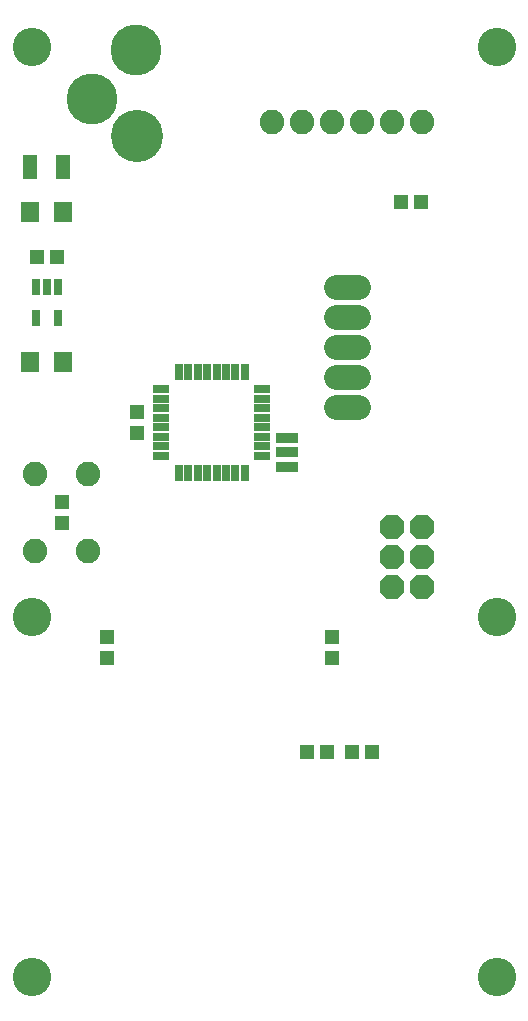
<source format=gbs>
G75*
G70*
%OFA0B0*%
%FSLAX24Y24*%
%IPPOS*%
%LPD*%
%AMOC8*
5,1,8,0,0,1.08239X$1,22.5*
%
%ADD10R,0.0474X0.0513*%
%ADD11R,0.0631X0.0710*%
%ADD12C,0.1740*%
%ADD13C,0.1700*%
%ADD14R,0.0580X0.0300*%
%ADD15R,0.0300X0.0580*%
%ADD16C,0.0820*%
%ADD17R,0.0749X0.0356*%
%ADD18OC8,0.0820*%
%ADD19R,0.0513X0.0474*%
%ADD20C,0.1280*%
%ADD21R,0.0474X0.0789*%
%ADD22R,0.0297X0.0552*%
%ADD23C,0.0820*%
%ADD24R,0.0513X0.0474*%
D10*
X004160Y012325D03*
X004160Y012995D03*
X002660Y016825D03*
X002660Y017495D03*
X005160Y019825D03*
X005160Y020495D03*
X011660Y012995D03*
X011660Y012325D03*
D11*
X002711Y022160D03*
X001609Y022160D03*
X001609Y027160D03*
X002711Y027160D03*
D12*
X005160Y029696D03*
D13*
X003679Y030947D03*
X005150Y032579D03*
D14*
X005970Y021262D03*
X005970Y020947D03*
X005970Y020632D03*
X005970Y020317D03*
X005970Y020003D03*
X005970Y019688D03*
X005970Y019373D03*
X005970Y019058D03*
X009350Y019058D03*
X009350Y019373D03*
X009350Y019688D03*
X009350Y020003D03*
X009350Y020317D03*
X009350Y020632D03*
X009350Y020947D03*
X009350Y021262D03*
D15*
X008762Y021850D03*
X008447Y021850D03*
X008132Y021850D03*
X007817Y021850D03*
X007503Y021850D03*
X007188Y021850D03*
X006873Y021850D03*
X006558Y021850D03*
X006558Y018470D03*
X006873Y018470D03*
X007188Y018470D03*
X007503Y018470D03*
X007817Y018470D03*
X008132Y018470D03*
X008447Y018470D03*
X008762Y018470D03*
D16*
X003550Y018440D03*
X003550Y015880D03*
X001770Y015880D03*
X001770Y018440D03*
X009660Y030160D03*
X010660Y030160D03*
X011660Y030160D03*
X012660Y030160D03*
X013660Y030160D03*
X014660Y030160D03*
D17*
X010160Y019632D03*
X010160Y019160D03*
X010160Y018688D03*
D18*
X013660Y016660D03*
X013660Y015660D03*
X013660Y014660D03*
X014660Y014660D03*
X014660Y015660D03*
X014660Y016660D03*
D19*
X010825Y009160D03*
X002495Y025660D03*
X001825Y025660D03*
X013975Y027510D03*
X014645Y027510D03*
D20*
X001660Y001660D03*
X001660Y013660D03*
X001660Y032660D03*
X017160Y032660D03*
X017160Y013660D03*
X017160Y001660D03*
D21*
X002711Y028660D03*
X001609Y028660D03*
D22*
X001786Y024672D03*
X002160Y024672D03*
X002534Y024672D03*
X002534Y023648D03*
X001786Y023648D03*
D23*
X011790Y023660D02*
X012530Y023660D01*
X012530Y022660D02*
X011790Y022660D01*
X011790Y021660D02*
X012530Y021660D01*
X012530Y020660D02*
X011790Y020660D01*
X011790Y024660D02*
X012530Y024660D01*
D24*
X012325Y009163D03*
X012990Y009164D03*
X011489Y009161D03*
M02*

</source>
